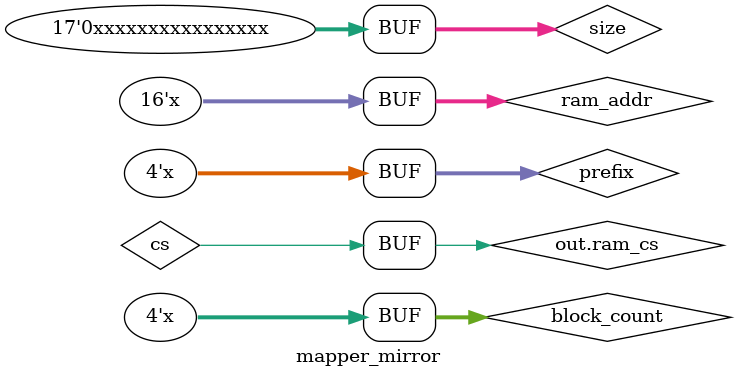
<source format=sv>

module mapper_mirror (
    cpu_bus_if.device_mp    cpu_bus,
    block_info              block_info,
    mapper_out              out
);

    wire cs = (block_info.typ == MAPPER_MIRROR) && cpu_bus.mreq && (cpu_bus.rd || cpu_bus.wr);

    wire [16:0] size = 17'(block_info.rom_size[15:0]);
    wire  [3:0] block_count = 4'((size + 17'd8191) >> 13);

    logic [3:0]  prefix;
    logic [15:0] ram_addr;
    
    assign prefix   = (cpu_bus.addr[15:13] + {1'b0, block_info.offset_ram, 1'b0}) % block_count;
    assign ram_addr = {prefix[2:0], cpu_bus.addr[12:0]};
   
    assign out.ram_cs = cs;
    assign out.addr   = cs ? {11'b0, ram_addr} : {27{1'b1}};
    assign out.rnw    = ~(cs && cpu_bus.wr);

endmodule

</source>
